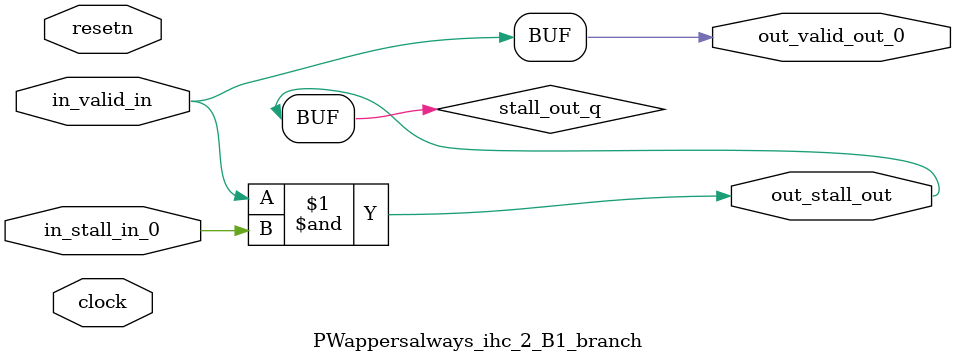
<source format=sv>



(* altera_attribute = "-name AUTO_SHIFT_REGISTER_RECOGNITION OFF; -name MESSAGE_DISABLE 10036; -name MESSAGE_DISABLE 10037; -name MESSAGE_DISABLE 14130; -name MESSAGE_DISABLE 14320; -name MESSAGE_DISABLE 15400; -name MESSAGE_DISABLE 14130; -name MESSAGE_DISABLE 10036; -name MESSAGE_DISABLE 12020; -name MESSAGE_DISABLE 12030; -name MESSAGE_DISABLE 12010; -name MESSAGE_DISABLE 12110; -name MESSAGE_DISABLE 14320; -name MESSAGE_DISABLE 13410; -name MESSAGE_DISABLE 113007; -name MESSAGE_DISABLE 10958" *)
module PWappersalways_ihc_2_B1_branch (
    input wire [0:0] in_stall_in_0,
    input wire [0:0] in_valid_in,
    output wire [0:0] out_stall_out,
    output wire [0:0] out_valid_out_0,
    input wire clock,
    input wire resetn
    );

    wire [0:0] stall_out_q;


    // stall_out(LOGICAL,6)
    assign stall_out_q = in_valid_in & in_stall_in_0;

    // out_stall_out(GPOUT,4)
    assign out_stall_out = stall_out_q;

    // out_valid_out_0(GPOUT,5)
    assign out_valid_out_0 = in_valid_in;

endmodule

</source>
